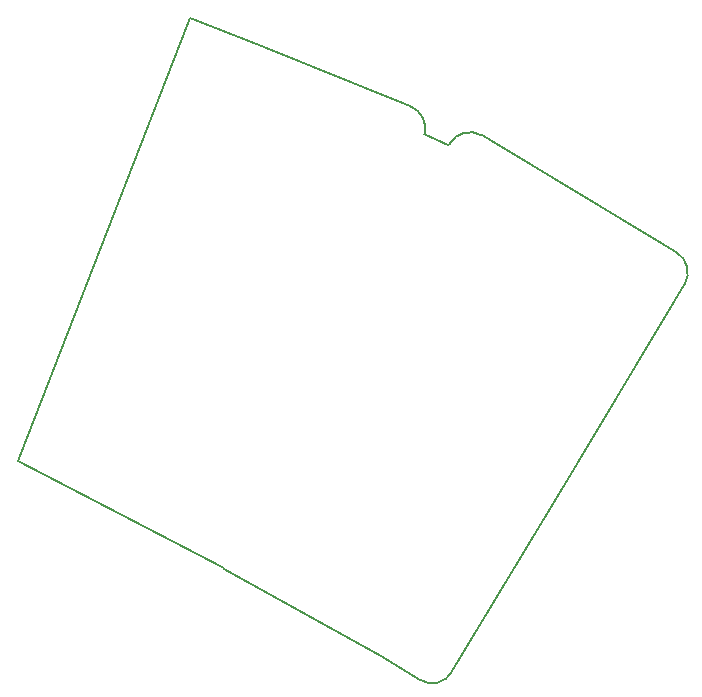
<source format=gbr>
%TF.GenerationSoftware,KiCad,Pcbnew,6.0.11-2627ca5db0~126~ubuntu22.04.1*%
%TF.CreationDate,2023-02-09T16:08:15-07:00*%
%TF.ProjectId,scaarix_flow_thumb_cluster,73636161-7269-4785-9f66-6c6f775f7468,v1.0.0*%
%TF.SameCoordinates,Original*%
%TF.FileFunction,Profile,NP*%
%FSLAX46Y46*%
G04 Gerber Fmt 4.6, Leading zero omitted, Abs format (unit mm)*
G04 Created by KiCad (PCBNEW 6.0.11-2627ca5db0~126~ubuntu22.04.1) date 2023-02-09 16:08:15*
%MOMM*%
%LPD*%
G01*
G04 APERTURE LIST*
%TA.AperFunction,Profile*%
%ADD10C,0.150000*%
%TD*%
G04 APERTURE END LIST*
D10*
X318859052Y-164511347D02*
G75*
G03*
X318174778Y-161766927I-1714852J1029947D01*
G01*
X293160869Y-195970681D02*
X296440172Y-197939388D01*
X262400000Y-179400000D02*
X277000000Y-141900000D01*
X308970306Y-180968950D02*
X318859037Y-164511338D01*
X298972756Y-152562455D02*
X298876192Y-152723164D01*
X279855529Y-188539100D02*
G75*
G03*
X279908969Y-188559805I749171J1854300D01*
G01*
X301717161Y-151878205D02*
G75*
G03*
X298972755Y-152562455I-1030061J-1714395D01*
G01*
X282800000Y-144212458D02*
X277000000Y-141900000D01*
X279908969Y-188559805D02*
X293160869Y-195970681D01*
X295663929Y-149411941D02*
X282800000Y-144212458D01*
X296440140Y-197939436D02*
G75*
G03*
X299184583Y-197255129I1065160J1573636D01*
G01*
X318174778Y-161766927D02*
X301717166Y-151878196D01*
X262400000Y-179400000D02*
X279855529Y-188539100D01*
X296850124Y-151770410D02*
G75*
G03*
X295663929Y-149411941I-1935424J504110D01*
G01*
X298876192Y-152723164D02*
X296850142Y-151770415D01*
X299184583Y-197255129D02*
X308970306Y-180968950D01*
M02*

</source>
